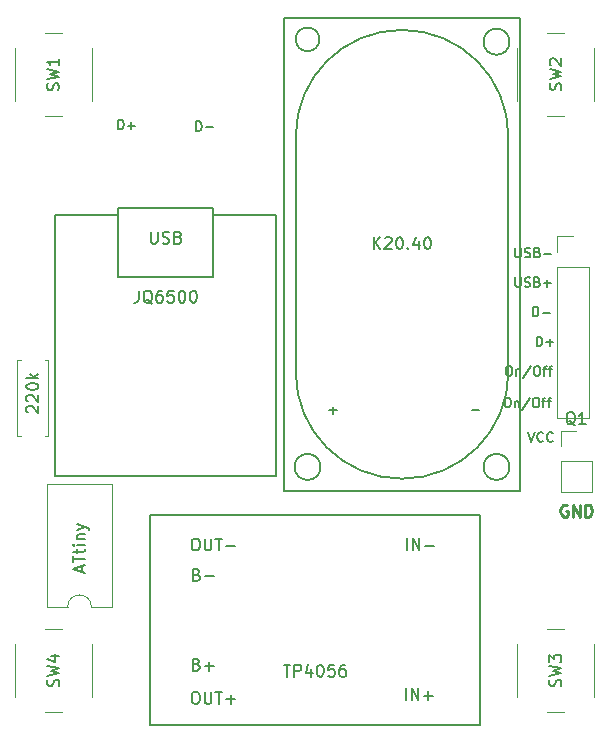
<source format=gbr>
G04 #@! TF.GenerationSoftware,KiCad,Pcbnew,5.1.5-52549c5~84~ubuntu18.04.1*
G04 #@! TF.CreationDate,2020-01-25T11:43:56+01:00*
G04 #@! TF.ProjectId,Nokolino,4e6f6b6f-6c69-46e6-9f2e-6b696361645f,3.0*
G04 #@! TF.SameCoordinates,Original*
G04 #@! TF.FileFunction,Legend,Top*
G04 #@! TF.FilePolarity,Positive*
%FSLAX46Y46*%
G04 Gerber Fmt 4.6, Leading zero omitted, Abs format (unit mm)*
G04 Created by KiCad (PCBNEW 5.1.5-52549c5~84~ubuntu18.04.1) date 2020-01-25 11:43:56*
%MOMM*%
%LPD*%
G04 APERTURE LIST*
%ADD10C,0.200000*%
%ADD11C,0.250000*%
%ADD12C,0.150000*%
%ADD13C,0.120000*%
G04 APERTURE END LIST*
D10*
X172415238Y-120707142D02*
X173024761Y-120707142D01*
X160350238Y-120707142D02*
X160959761Y-120707142D01*
X160655000Y-121011904D02*
X160655000Y-120402380D01*
X177183333Y-122561904D02*
X177450000Y-123361904D01*
X177716666Y-122561904D01*
X178440476Y-123285714D02*
X178402380Y-123323809D01*
X178288095Y-123361904D01*
X178211904Y-123361904D01*
X178097619Y-123323809D01*
X178021428Y-123247619D01*
X177983333Y-123171428D01*
X177945238Y-123019047D01*
X177945238Y-122904761D01*
X177983333Y-122752380D01*
X178021428Y-122676190D01*
X178097619Y-122600000D01*
X178211904Y-122561904D01*
X178288095Y-122561904D01*
X178402380Y-122600000D01*
X178440476Y-122638095D01*
X179240476Y-123285714D02*
X179202380Y-123323809D01*
X179088095Y-123361904D01*
X179011904Y-123361904D01*
X178897619Y-123323809D01*
X178821428Y-123247619D01*
X178783333Y-123171428D01*
X178745238Y-123019047D01*
X178745238Y-122904761D01*
X178783333Y-122752380D01*
X178821428Y-122676190D01*
X178897619Y-122600000D01*
X179011904Y-122561904D01*
X179088095Y-122561904D01*
X179202380Y-122600000D01*
X179240476Y-122638095D01*
D11*
X180488095Y-128750000D02*
X180392857Y-128702380D01*
X180250000Y-128702380D01*
X180107142Y-128750000D01*
X180011904Y-128845238D01*
X179964285Y-128940476D01*
X179916666Y-129130952D01*
X179916666Y-129273809D01*
X179964285Y-129464285D01*
X180011904Y-129559523D01*
X180107142Y-129654761D01*
X180250000Y-129702380D01*
X180345238Y-129702380D01*
X180488095Y-129654761D01*
X180535714Y-129607142D01*
X180535714Y-129273809D01*
X180345238Y-129273809D01*
X180964285Y-129702380D02*
X180964285Y-128702380D01*
X181535714Y-129702380D01*
X181535714Y-128702380D01*
X182011904Y-129702380D02*
X182011904Y-128702380D01*
X182250000Y-128702380D01*
X182392857Y-128750000D01*
X182488095Y-128845238D01*
X182535714Y-128940476D01*
X182583333Y-129130952D01*
X182583333Y-129273809D01*
X182535714Y-129464285D01*
X182488095Y-129559523D01*
X182392857Y-129654761D01*
X182250000Y-129702380D01*
X182011904Y-129702380D01*
D10*
X175466666Y-116961904D02*
X175619047Y-116961904D01*
X175695238Y-117000000D01*
X175771428Y-117076190D01*
X175809523Y-117228571D01*
X175809523Y-117495238D01*
X175771428Y-117647619D01*
X175695238Y-117723809D01*
X175619047Y-117761904D01*
X175466666Y-117761904D01*
X175390476Y-117723809D01*
X175314285Y-117647619D01*
X175276190Y-117495238D01*
X175276190Y-117228571D01*
X175314285Y-117076190D01*
X175390476Y-117000000D01*
X175466666Y-116961904D01*
X176152380Y-117228571D02*
X176152380Y-117761904D01*
X176152380Y-117304761D02*
X176190476Y-117266666D01*
X176266666Y-117228571D01*
X176380952Y-117228571D01*
X176457142Y-117266666D01*
X176495238Y-117342857D01*
X176495238Y-117761904D01*
X177447619Y-116923809D02*
X176761904Y-117952380D01*
X177866666Y-116961904D02*
X178019047Y-116961904D01*
X178095238Y-117000000D01*
X178171428Y-117076190D01*
X178209523Y-117228571D01*
X178209523Y-117495238D01*
X178171428Y-117647619D01*
X178095238Y-117723809D01*
X178019047Y-117761904D01*
X177866666Y-117761904D01*
X177790476Y-117723809D01*
X177714285Y-117647619D01*
X177676190Y-117495238D01*
X177676190Y-117228571D01*
X177714285Y-117076190D01*
X177790476Y-117000000D01*
X177866666Y-116961904D01*
X178438095Y-117228571D02*
X178742857Y-117228571D01*
X178552380Y-117761904D02*
X178552380Y-117076190D01*
X178590476Y-117000000D01*
X178666666Y-116961904D01*
X178742857Y-116961904D01*
X178895238Y-117228571D02*
X179200000Y-117228571D01*
X179009523Y-117761904D02*
X179009523Y-117076190D01*
X179047619Y-117000000D01*
X179123809Y-116961904D01*
X179200000Y-116961904D01*
X175366666Y-119661904D02*
X175519047Y-119661904D01*
X175595238Y-119700000D01*
X175671428Y-119776190D01*
X175709523Y-119928571D01*
X175709523Y-120195238D01*
X175671428Y-120347619D01*
X175595238Y-120423809D01*
X175519047Y-120461904D01*
X175366666Y-120461904D01*
X175290476Y-120423809D01*
X175214285Y-120347619D01*
X175176190Y-120195238D01*
X175176190Y-119928571D01*
X175214285Y-119776190D01*
X175290476Y-119700000D01*
X175366666Y-119661904D01*
X176052380Y-119928571D02*
X176052380Y-120461904D01*
X176052380Y-120004761D02*
X176090476Y-119966666D01*
X176166666Y-119928571D01*
X176280952Y-119928571D01*
X176357142Y-119966666D01*
X176395238Y-120042857D01*
X176395238Y-120461904D01*
X177347619Y-119623809D02*
X176661904Y-120652380D01*
X177766666Y-119661904D02*
X177919047Y-119661904D01*
X177995238Y-119700000D01*
X178071428Y-119776190D01*
X178109523Y-119928571D01*
X178109523Y-120195238D01*
X178071428Y-120347619D01*
X177995238Y-120423809D01*
X177919047Y-120461904D01*
X177766666Y-120461904D01*
X177690476Y-120423809D01*
X177614285Y-120347619D01*
X177576190Y-120195238D01*
X177576190Y-119928571D01*
X177614285Y-119776190D01*
X177690476Y-119700000D01*
X177766666Y-119661904D01*
X178338095Y-119928571D02*
X178642857Y-119928571D01*
X178452380Y-120461904D02*
X178452380Y-119776190D01*
X178490476Y-119700000D01*
X178566666Y-119661904D01*
X178642857Y-119661904D01*
X178795238Y-119928571D02*
X179100000Y-119928571D01*
X178909523Y-120461904D02*
X178909523Y-119776190D01*
X178947619Y-119700000D01*
X179023809Y-119661904D01*
X179100000Y-119661904D01*
X176095238Y-106961904D02*
X176095238Y-107609523D01*
X176133333Y-107685714D01*
X176171428Y-107723809D01*
X176247619Y-107761904D01*
X176400000Y-107761904D01*
X176476190Y-107723809D01*
X176514285Y-107685714D01*
X176552380Y-107609523D01*
X176552380Y-106961904D01*
X176895238Y-107723809D02*
X177009523Y-107761904D01*
X177200000Y-107761904D01*
X177276190Y-107723809D01*
X177314285Y-107685714D01*
X177352380Y-107609523D01*
X177352380Y-107533333D01*
X177314285Y-107457142D01*
X177276190Y-107419047D01*
X177200000Y-107380952D01*
X177047619Y-107342857D01*
X176971428Y-107304761D01*
X176933333Y-107266666D01*
X176895238Y-107190476D01*
X176895238Y-107114285D01*
X176933333Y-107038095D01*
X176971428Y-107000000D01*
X177047619Y-106961904D01*
X177238095Y-106961904D01*
X177352380Y-107000000D01*
X177961904Y-107342857D02*
X178076190Y-107380952D01*
X178114285Y-107419047D01*
X178152380Y-107495238D01*
X178152380Y-107609523D01*
X178114285Y-107685714D01*
X178076190Y-107723809D01*
X178000000Y-107761904D01*
X177695238Y-107761904D01*
X177695238Y-106961904D01*
X177961904Y-106961904D01*
X178038095Y-107000000D01*
X178076190Y-107038095D01*
X178114285Y-107114285D01*
X178114285Y-107190476D01*
X178076190Y-107266666D01*
X178038095Y-107304761D01*
X177961904Y-107342857D01*
X177695238Y-107342857D01*
X178495238Y-107457142D02*
X179104761Y-107457142D01*
X176095238Y-109461904D02*
X176095238Y-110109523D01*
X176133333Y-110185714D01*
X176171428Y-110223809D01*
X176247619Y-110261904D01*
X176400000Y-110261904D01*
X176476190Y-110223809D01*
X176514285Y-110185714D01*
X176552380Y-110109523D01*
X176552380Y-109461904D01*
X176895238Y-110223809D02*
X177009523Y-110261904D01*
X177200000Y-110261904D01*
X177276190Y-110223809D01*
X177314285Y-110185714D01*
X177352380Y-110109523D01*
X177352380Y-110033333D01*
X177314285Y-109957142D01*
X177276190Y-109919047D01*
X177200000Y-109880952D01*
X177047619Y-109842857D01*
X176971428Y-109804761D01*
X176933333Y-109766666D01*
X176895238Y-109690476D01*
X176895238Y-109614285D01*
X176933333Y-109538095D01*
X176971428Y-109500000D01*
X177047619Y-109461904D01*
X177238095Y-109461904D01*
X177352380Y-109500000D01*
X177961904Y-109842857D02*
X178076190Y-109880952D01*
X178114285Y-109919047D01*
X178152380Y-109995238D01*
X178152380Y-110109523D01*
X178114285Y-110185714D01*
X178076190Y-110223809D01*
X178000000Y-110261904D01*
X177695238Y-110261904D01*
X177695238Y-109461904D01*
X177961904Y-109461904D01*
X178038095Y-109500000D01*
X178076190Y-109538095D01*
X178114285Y-109614285D01*
X178114285Y-109690476D01*
X178076190Y-109766666D01*
X178038095Y-109804761D01*
X177961904Y-109842857D01*
X177695238Y-109842857D01*
X178495238Y-109957142D02*
X179104761Y-109957142D01*
X178800000Y-110261904D02*
X178800000Y-109652380D01*
X177595238Y-112761904D02*
X177595238Y-111961904D01*
X177785714Y-111961904D01*
X177900000Y-112000000D01*
X177976190Y-112076190D01*
X178014285Y-112152380D01*
X178052380Y-112304761D01*
X178052380Y-112419047D01*
X178014285Y-112571428D01*
X177976190Y-112647619D01*
X177900000Y-112723809D01*
X177785714Y-112761904D01*
X177595238Y-112761904D01*
X178395238Y-112457142D02*
X179004761Y-112457142D01*
X177895238Y-115261904D02*
X177895238Y-114461904D01*
X178085714Y-114461904D01*
X178200000Y-114500000D01*
X178276190Y-114576190D01*
X178314285Y-114652380D01*
X178352380Y-114804761D01*
X178352380Y-114919047D01*
X178314285Y-115071428D01*
X178276190Y-115147619D01*
X178200000Y-115223809D01*
X178085714Y-115261904D01*
X177895238Y-115261904D01*
X178695238Y-114957142D02*
X179304761Y-114957142D01*
X179000000Y-115261904D02*
X179000000Y-114652380D01*
D12*
X145199100Y-129603500D02*
X173139100Y-129603500D01*
X173139100Y-147383500D02*
X145199100Y-147383500D01*
X145199100Y-147383500D02*
X145199100Y-129603500D01*
X173139100Y-147383500D02*
X173139100Y-129603500D01*
D13*
X136422000Y-137343500D02*
X138192000Y-137343500D01*
X136422000Y-126943500D02*
X136422000Y-137343500D01*
X141962000Y-126943500D02*
X136422000Y-126943500D01*
X141962000Y-137343500D02*
X141962000Y-126943500D01*
X140192000Y-137343500D02*
X141962000Y-137343500D01*
X138192000Y-137343500D02*
G75*
G02X140192000Y-137343500I1000000J0D01*
G01*
D12*
X176500000Y-127500000D02*
X176500000Y-87500000D01*
X156500000Y-127500000D02*
X156500000Y-87500000D01*
X156500000Y-127500000D02*
X176500000Y-127500000D01*
X176500000Y-87500000D02*
X156500000Y-87500000D01*
X159500000Y-89300000D02*
G75*
G03X159500000Y-89300000I-1000000J0D01*
G01*
X175600000Y-89500000D02*
G75*
G03X175600000Y-89500000I-1100000J0D01*
G01*
X159600000Y-125500000D02*
G75*
G03X159600000Y-125500000I-1100000J0D01*
G01*
X175600000Y-125500000D02*
G75*
G03X175600000Y-125500000I-1100000J0D01*
G01*
X166500000Y-126500000D02*
G75*
G03X175500000Y-117500000I0J9000000D01*
G01*
X175500000Y-97500000D02*
G75*
G03X166500000Y-88500000I-9000000J0D01*
G01*
X166500000Y-88500000D02*
G75*
G03X157500000Y-97500000I0J-9000000D01*
G01*
X157500000Y-117500000D02*
G75*
G03X166500000Y-126500000I9000000J0D01*
G01*
X157500000Y-97500000D02*
X157500000Y-117500000D01*
X175500000Y-97500000D02*
X175500000Y-117500000D01*
X155867100Y-115239800D02*
X155867100Y-126288800D01*
X155867100Y-115239800D02*
X155867100Y-104190800D01*
X155867100Y-104190800D02*
X150482300Y-104190800D01*
X137121900Y-126288800D02*
X155867100Y-126288800D01*
X142481300Y-103581200D02*
X142481300Y-109397800D01*
X150482300Y-103581200D02*
X142481300Y-103581200D01*
X150482300Y-104190800D02*
X150482300Y-103581200D01*
X150482300Y-109397800D02*
X150482300Y-104165400D01*
X142481300Y-109397800D02*
X150482300Y-109397800D01*
X142481300Y-104190800D02*
X137121900Y-104190800D01*
X137121900Y-104190800D02*
X137121900Y-126288800D01*
D13*
X179920000Y-122420000D02*
X181250000Y-122420000D01*
X179920000Y-123750000D02*
X179920000Y-122420000D01*
X179920000Y-125020000D02*
X182580000Y-125020000D01*
X182580000Y-125020000D02*
X182580000Y-127620000D01*
X179920000Y-125020000D02*
X179920000Y-127620000D01*
X179920000Y-127620000D02*
X182580000Y-127620000D01*
X179645000Y-105985000D02*
X180975000Y-105985000D01*
X179645000Y-107315000D02*
X179645000Y-105985000D01*
X179645000Y-108585000D02*
X182305000Y-108585000D01*
X182305000Y-108585000D02*
X182305000Y-121345000D01*
X179645000Y-108585000D02*
X179645000Y-121345000D01*
X179645000Y-121345000D02*
X182305000Y-121345000D01*
X134270000Y-122900000D02*
X133940000Y-122900000D01*
X133940000Y-122900000D02*
X133940000Y-116480000D01*
X133940000Y-116480000D02*
X134270000Y-116480000D01*
X136230000Y-122900000D02*
X136560000Y-122900000D01*
X136560000Y-122900000D02*
X136560000Y-116480000D01*
X136560000Y-116480000D02*
X136230000Y-116480000D01*
X140250000Y-94500000D02*
X140250000Y-90000000D01*
X136250000Y-95750000D02*
X137750000Y-95750000D01*
X133750000Y-90000000D02*
X133750000Y-94500000D01*
X137750000Y-88750000D02*
X136250000Y-88750000D01*
X180250000Y-88750000D02*
X178750000Y-88750000D01*
X176250000Y-90000000D02*
X176250000Y-94500000D01*
X178750000Y-95750000D02*
X180250000Y-95750000D01*
X182750000Y-94500000D02*
X182750000Y-90000000D01*
X182750000Y-145000000D02*
X182750000Y-140500000D01*
X178750000Y-146250000D02*
X180250000Y-146250000D01*
X176250000Y-140500000D02*
X176250000Y-145000000D01*
X180250000Y-139250000D02*
X178750000Y-139250000D01*
X137750000Y-139250000D02*
X136250000Y-139250000D01*
X133750000Y-140500000D02*
X133750000Y-145000000D01*
X136250000Y-146250000D02*
X137750000Y-146250000D01*
X140250000Y-145000000D02*
X140250000Y-140500000D01*
D12*
X156478623Y-142255880D02*
X157050052Y-142255880D01*
X156764338Y-143255880D02*
X156764338Y-142255880D01*
X157383385Y-143255880D02*
X157383385Y-142255880D01*
X157764338Y-142255880D01*
X157859576Y-142303500D01*
X157907195Y-142351119D01*
X157954814Y-142446357D01*
X157954814Y-142589214D01*
X157907195Y-142684452D01*
X157859576Y-142732071D01*
X157764338Y-142779690D01*
X157383385Y-142779690D01*
X158811957Y-142589214D02*
X158811957Y-143255880D01*
X158573861Y-142208261D02*
X158335766Y-142922547D01*
X158954814Y-142922547D01*
X159526242Y-142255880D02*
X159621480Y-142255880D01*
X159716719Y-142303500D01*
X159764338Y-142351119D01*
X159811957Y-142446357D01*
X159859576Y-142636833D01*
X159859576Y-142874928D01*
X159811957Y-143065404D01*
X159764338Y-143160642D01*
X159716719Y-143208261D01*
X159621480Y-143255880D01*
X159526242Y-143255880D01*
X159431004Y-143208261D01*
X159383385Y-143160642D01*
X159335766Y-143065404D01*
X159288147Y-142874928D01*
X159288147Y-142636833D01*
X159335766Y-142446357D01*
X159383385Y-142351119D01*
X159431004Y-142303500D01*
X159526242Y-142255880D01*
X160764338Y-142255880D02*
X160288147Y-142255880D01*
X160240528Y-142732071D01*
X160288147Y-142684452D01*
X160383385Y-142636833D01*
X160621480Y-142636833D01*
X160716719Y-142684452D01*
X160764338Y-142732071D01*
X160811957Y-142827309D01*
X160811957Y-143065404D01*
X160764338Y-143160642D01*
X160716719Y-143208261D01*
X160621480Y-143255880D01*
X160383385Y-143255880D01*
X160288147Y-143208261D01*
X160240528Y-143160642D01*
X161669100Y-142255880D02*
X161478623Y-142255880D01*
X161383385Y-142303500D01*
X161335766Y-142351119D01*
X161240528Y-142493976D01*
X161192909Y-142684452D01*
X161192909Y-143065404D01*
X161240528Y-143160642D01*
X161288147Y-143208261D01*
X161383385Y-143255880D01*
X161573861Y-143255880D01*
X161669100Y-143208261D01*
X161716719Y-143160642D01*
X161764338Y-143065404D01*
X161764338Y-142827309D01*
X161716719Y-142732071D01*
X161669100Y-142684452D01*
X161573861Y-142636833D01*
X161383385Y-142636833D01*
X161288147Y-142684452D01*
X161240528Y-142732071D01*
X161192909Y-142827309D01*
X166826242Y-145245880D02*
X166826242Y-144245880D01*
X167302433Y-145245880D02*
X167302433Y-144245880D01*
X167873861Y-145245880D01*
X167873861Y-144245880D01*
X168350052Y-144864928D02*
X169111957Y-144864928D01*
X168731004Y-145245880D02*
X168731004Y-144483976D01*
X166926242Y-132545880D02*
X166926242Y-131545880D01*
X167402433Y-132545880D02*
X167402433Y-131545880D01*
X167973861Y-132545880D01*
X167973861Y-131545880D01*
X168450052Y-132164928D02*
X169211957Y-132164928D01*
X148939452Y-144549880D02*
X149129928Y-144549880D01*
X149225166Y-144597500D01*
X149320404Y-144692738D01*
X149368023Y-144883214D01*
X149368023Y-145216547D01*
X149320404Y-145407023D01*
X149225166Y-145502261D01*
X149129928Y-145549880D01*
X148939452Y-145549880D01*
X148844214Y-145502261D01*
X148748976Y-145407023D01*
X148701357Y-145216547D01*
X148701357Y-144883214D01*
X148748976Y-144692738D01*
X148844214Y-144597500D01*
X148939452Y-144549880D01*
X149796595Y-144549880D02*
X149796595Y-145359404D01*
X149844214Y-145454642D01*
X149891833Y-145502261D01*
X149987071Y-145549880D01*
X150177547Y-145549880D01*
X150272785Y-145502261D01*
X150320404Y-145454642D01*
X150368023Y-145359404D01*
X150368023Y-144549880D01*
X150701357Y-144549880D02*
X151272785Y-144549880D01*
X150987071Y-145549880D02*
X150987071Y-144549880D01*
X151606119Y-145168928D02*
X152368023Y-145168928D01*
X151987071Y-145549880D02*
X151987071Y-144787976D01*
X149121480Y-142222071D02*
X149264338Y-142269690D01*
X149311957Y-142317309D01*
X149359576Y-142412547D01*
X149359576Y-142555404D01*
X149311957Y-142650642D01*
X149264338Y-142698261D01*
X149169100Y-142745880D01*
X148788147Y-142745880D01*
X148788147Y-141745880D01*
X149121480Y-141745880D01*
X149216719Y-141793500D01*
X149264338Y-141841119D01*
X149311957Y-141936357D01*
X149311957Y-142031595D01*
X149264338Y-142126833D01*
X149216719Y-142174452D01*
X149121480Y-142222071D01*
X148788147Y-142222071D01*
X149788147Y-142364928D02*
X150550052Y-142364928D01*
X150169100Y-142745880D02*
X150169100Y-141983976D01*
X149121480Y-134622071D02*
X149264338Y-134669690D01*
X149311957Y-134717309D01*
X149359576Y-134812547D01*
X149359576Y-134955404D01*
X149311957Y-135050642D01*
X149264338Y-135098261D01*
X149169100Y-135145880D01*
X148788147Y-135145880D01*
X148788147Y-134145880D01*
X149121480Y-134145880D01*
X149216719Y-134193500D01*
X149264338Y-134241119D01*
X149311957Y-134336357D01*
X149311957Y-134431595D01*
X149264338Y-134526833D01*
X149216719Y-134574452D01*
X149121480Y-134622071D01*
X148788147Y-134622071D01*
X149788147Y-134764928D02*
X150550052Y-134764928D01*
X148939452Y-131570480D02*
X149129928Y-131570480D01*
X149225166Y-131618100D01*
X149320404Y-131713338D01*
X149368023Y-131903814D01*
X149368023Y-132237147D01*
X149320404Y-132427623D01*
X149225166Y-132522861D01*
X149129928Y-132570480D01*
X148939452Y-132570480D01*
X148844214Y-132522861D01*
X148748976Y-132427623D01*
X148701357Y-132237147D01*
X148701357Y-131903814D01*
X148748976Y-131713338D01*
X148844214Y-131618100D01*
X148939452Y-131570480D01*
X149796595Y-131570480D02*
X149796595Y-132380004D01*
X149844214Y-132475242D01*
X149891833Y-132522861D01*
X149987071Y-132570480D01*
X150177547Y-132570480D01*
X150272785Y-132522861D01*
X150320404Y-132475242D01*
X150368023Y-132380004D01*
X150368023Y-131570480D01*
X150701357Y-131570480D02*
X151272785Y-131570480D01*
X150987071Y-132570480D02*
X150987071Y-131570480D01*
X151606119Y-132189528D02*
X152368023Y-132189528D01*
X139384066Y-134348290D02*
X139384066Y-133872100D01*
X139669780Y-134443528D02*
X138669780Y-134110195D01*
X139669780Y-133776861D01*
X138669780Y-133586385D02*
X138669780Y-133014957D01*
X139669780Y-133300671D02*
X138669780Y-133300671D01*
X139003114Y-132824480D02*
X139003114Y-132443528D01*
X138669780Y-132681623D02*
X139526923Y-132681623D01*
X139622161Y-132634004D01*
X139669780Y-132538766D01*
X139669780Y-132443528D01*
X139669780Y-132110195D02*
X139003114Y-132110195D01*
X138669780Y-132110195D02*
X138717400Y-132157814D01*
X138765019Y-132110195D01*
X138717400Y-132062576D01*
X138669780Y-132110195D01*
X138765019Y-132110195D01*
X139003114Y-131634004D02*
X139669780Y-131634004D01*
X139098352Y-131634004D02*
X139050733Y-131586385D01*
X139003114Y-131491147D01*
X139003114Y-131348290D01*
X139050733Y-131253052D01*
X139145971Y-131205433D01*
X139669780Y-131205433D01*
X139003114Y-130824480D02*
X139669780Y-130586385D01*
X139003114Y-130348290D02*
X139669780Y-130586385D01*
X139907876Y-130681623D01*
X139955495Y-130729242D01*
X140003114Y-130824480D01*
X164095238Y-107052380D02*
X164095238Y-106052380D01*
X164666666Y-107052380D02*
X164238095Y-106480952D01*
X164666666Y-106052380D02*
X164095238Y-106623809D01*
X165047619Y-106147619D02*
X165095238Y-106100000D01*
X165190476Y-106052380D01*
X165428571Y-106052380D01*
X165523809Y-106100000D01*
X165571428Y-106147619D01*
X165619047Y-106242857D01*
X165619047Y-106338095D01*
X165571428Y-106480952D01*
X165000000Y-107052380D01*
X165619047Y-107052380D01*
X166238095Y-106052380D02*
X166333333Y-106052380D01*
X166428571Y-106100000D01*
X166476190Y-106147619D01*
X166523809Y-106242857D01*
X166571428Y-106433333D01*
X166571428Y-106671428D01*
X166523809Y-106861904D01*
X166476190Y-106957142D01*
X166428571Y-107004761D01*
X166333333Y-107052380D01*
X166238095Y-107052380D01*
X166142857Y-107004761D01*
X166095238Y-106957142D01*
X166047619Y-106861904D01*
X166000000Y-106671428D01*
X166000000Y-106433333D01*
X166047619Y-106242857D01*
X166095238Y-106147619D01*
X166142857Y-106100000D01*
X166238095Y-106052380D01*
X167000000Y-106957142D02*
X167047619Y-107004761D01*
X167000000Y-107052380D01*
X166952380Y-107004761D01*
X167000000Y-106957142D01*
X167000000Y-107052380D01*
X167904761Y-106385714D02*
X167904761Y-107052380D01*
X167666666Y-106004761D02*
X167428571Y-106719047D01*
X168047619Y-106719047D01*
X168619047Y-106052380D02*
X168714285Y-106052380D01*
X168809523Y-106100000D01*
X168857142Y-106147619D01*
X168904761Y-106242857D01*
X168952380Y-106433333D01*
X168952380Y-106671428D01*
X168904761Y-106861904D01*
X168857142Y-106957142D01*
X168809523Y-107004761D01*
X168714285Y-107052380D01*
X168619047Y-107052380D01*
X168523809Y-107004761D01*
X168476190Y-106957142D01*
X168428571Y-106861904D01*
X168380952Y-106671428D01*
X168380952Y-106433333D01*
X168428571Y-106242857D01*
X168476190Y-106147619D01*
X168523809Y-106100000D01*
X168619047Y-106052380D01*
X144208785Y-110582180D02*
X144208785Y-111296466D01*
X144161166Y-111439323D01*
X144065928Y-111534561D01*
X143923071Y-111582180D01*
X143827833Y-111582180D01*
X145351642Y-111677419D02*
X145256404Y-111629800D01*
X145161166Y-111534561D01*
X145018309Y-111391704D01*
X144923071Y-111344085D01*
X144827833Y-111344085D01*
X144875452Y-111582180D02*
X144780214Y-111534561D01*
X144684976Y-111439323D01*
X144637357Y-111248847D01*
X144637357Y-110915514D01*
X144684976Y-110725038D01*
X144780214Y-110629800D01*
X144875452Y-110582180D01*
X145065928Y-110582180D01*
X145161166Y-110629800D01*
X145256404Y-110725038D01*
X145304023Y-110915514D01*
X145304023Y-111248847D01*
X145256404Y-111439323D01*
X145161166Y-111534561D01*
X145065928Y-111582180D01*
X144875452Y-111582180D01*
X146161166Y-110582180D02*
X145970690Y-110582180D01*
X145875452Y-110629800D01*
X145827833Y-110677419D01*
X145732595Y-110820276D01*
X145684976Y-111010752D01*
X145684976Y-111391704D01*
X145732595Y-111486942D01*
X145780214Y-111534561D01*
X145875452Y-111582180D01*
X146065928Y-111582180D01*
X146161166Y-111534561D01*
X146208785Y-111486942D01*
X146256404Y-111391704D01*
X146256404Y-111153609D01*
X146208785Y-111058371D01*
X146161166Y-111010752D01*
X146065928Y-110963133D01*
X145875452Y-110963133D01*
X145780214Y-111010752D01*
X145732595Y-111058371D01*
X145684976Y-111153609D01*
X147161166Y-110582180D02*
X146684976Y-110582180D01*
X146637357Y-111058371D01*
X146684976Y-111010752D01*
X146780214Y-110963133D01*
X147018309Y-110963133D01*
X147113547Y-111010752D01*
X147161166Y-111058371D01*
X147208785Y-111153609D01*
X147208785Y-111391704D01*
X147161166Y-111486942D01*
X147113547Y-111534561D01*
X147018309Y-111582180D01*
X146780214Y-111582180D01*
X146684976Y-111534561D01*
X146637357Y-111486942D01*
X147827833Y-110582180D02*
X147923071Y-110582180D01*
X148018309Y-110629800D01*
X148065928Y-110677419D01*
X148113547Y-110772657D01*
X148161166Y-110963133D01*
X148161166Y-111201228D01*
X148113547Y-111391704D01*
X148065928Y-111486942D01*
X148018309Y-111534561D01*
X147923071Y-111582180D01*
X147827833Y-111582180D01*
X147732595Y-111534561D01*
X147684976Y-111486942D01*
X147637357Y-111391704D01*
X147589738Y-111201228D01*
X147589738Y-110963133D01*
X147637357Y-110772657D01*
X147684976Y-110677419D01*
X147732595Y-110629800D01*
X147827833Y-110582180D01*
X148780214Y-110582180D02*
X148875452Y-110582180D01*
X148970690Y-110629800D01*
X149018309Y-110677419D01*
X149065928Y-110772657D01*
X149113547Y-110963133D01*
X149113547Y-111201228D01*
X149065928Y-111391704D01*
X149018309Y-111486942D01*
X148970690Y-111534561D01*
X148875452Y-111582180D01*
X148780214Y-111582180D01*
X148684976Y-111534561D01*
X148637357Y-111486942D01*
X148589738Y-111391704D01*
X148542119Y-111201228D01*
X148542119Y-110963133D01*
X148589738Y-110772657D01*
X148637357Y-110677419D01*
X148684976Y-110629800D01*
X148780214Y-110582180D01*
X145232595Y-105592180D02*
X145232595Y-106401704D01*
X145280214Y-106496942D01*
X145327833Y-106544561D01*
X145423071Y-106592180D01*
X145613547Y-106592180D01*
X145708785Y-106544561D01*
X145756404Y-106496942D01*
X145804023Y-106401704D01*
X145804023Y-105592180D01*
X146232595Y-106544561D02*
X146375452Y-106592180D01*
X146613547Y-106592180D01*
X146708785Y-106544561D01*
X146756404Y-106496942D01*
X146804023Y-106401704D01*
X146804023Y-106306466D01*
X146756404Y-106211228D01*
X146708785Y-106163609D01*
X146613547Y-106115990D01*
X146423071Y-106068371D01*
X146327833Y-106020752D01*
X146280214Y-105973133D01*
X146232595Y-105877895D01*
X146232595Y-105782657D01*
X146280214Y-105687419D01*
X146327833Y-105639800D01*
X146423071Y-105592180D01*
X146661166Y-105592180D01*
X146804023Y-105639800D01*
X147565928Y-106068371D02*
X147708785Y-106115990D01*
X147756404Y-106163609D01*
X147804023Y-106258847D01*
X147804023Y-106401704D01*
X147756404Y-106496942D01*
X147708785Y-106544561D01*
X147613547Y-106592180D01*
X147232595Y-106592180D01*
X147232595Y-105592180D01*
X147565928Y-105592180D01*
X147661166Y-105639800D01*
X147708785Y-105687419D01*
X147756404Y-105782657D01*
X147756404Y-105877895D01*
X147708785Y-105973133D01*
X147661166Y-106020752D01*
X147565928Y-106068371D01*
X147232595Y-106068371D01*
X149089738Y-97051704D02*
X149089738Y-96251704D01*
X149280214Y-96251704D01*
X149394500Y-96289800D01*
X149470690Y-96365990D01*
X149508785Y-96442180D01*
X149546880Y-96594561D01*
X149546880Y-96708847D01*
X149508785Y-96861228D01*
X149470690Y-96937419D01*
X149394500Y-97013609D01*
X149280214Y-97051704D01*
X149089738Y-97051704D01*
X149889738Y-96746942D02*
X150499261Y-96746942D01*
X142489738Y-96901704D02*
X142489738Y-96101704D01*
X142680214Y-96101704D01*
X142794500Y-96139800D01*
X142870690Y-96215990D01*
X142908785Y-96292180D01*
X142946880Y-96444561D01*
X142946880Y-96558847D01*
X142908785Y-96711228D01*
X142870690Y-96787419D01*
X142794500Y-96863609D01*
X142680214Y-96901704D01*
X142489738Y-96901704D01*
X143289738Y-96596942D02*
X143899261Y-96596942D01*
X143594500Y-96901704D02*
X143594500Y-96292180D01*
X181154761Y-121967619D02*
X181059523Y-121920000D01*
X180964285Y-121824761D01*
X180821428Y-121681904D01*
X180726190Y-121634285D01*
X180630952Y-121634285D01*
X180678571Y-121872380D02*
X180583333Y-121824761D01*
X180488095Y-121729523D01*
X180440476Y-121539047D01*
X180440476Y-121205714D01*
X180488095Y-121015238D01*
X180583333Y-120920000D01*
X180678571Y-120872380D01*
X180869047Y-120872380D01*
X180964285Y-120920000D01*
X181059523Y-121015238D01*
X181107142Y-121205714D01*
X181107142Y-121539047D01*
X181059523Y-121729523D01*
X180964285Y-121824761D01*
X180869047Y-121872380D01*
X180678571Y-121872380D01*
X182059523Y-121872380D02*
X181488095Y-121872380D01*
X181773809Y-121872380D02*
X181773809Y-120872380D01*
X181678571Y-121015238D01*
X181583333Y-121110476D01*
X181488095Y-121158095D01*
X134797619Y-120892857D02*
X134750000Y-120845238D01*
X134702380Y-120750000D01*
X134702380Y-120511904D01*
X134750000Y-120416666D01*
X134797619Y-120369047D01*
X134892857Y-120321428D01*
X134988095Y-120321428D01*
X135130952Y-120369047D01*
X135702380Y-120940476D01*
X135702380Y-120321428D01*
X134797619Y-119940476D02*
X134750000Y-119892857D01*
X134702380Y-119797619D01*
X134702380Y-119559523D01*
X134750000Y-119464285D01*
X134797619Y-119416666D01*
X134892857Y-119369047D01*
X134988095Y-119369047D01*
X135130952Y-119416666D01*
X135702380Y-119988095D01*
X135702380Y-119369047D01*
X134702380Y-118750000D02*
X134702380Y-118654761D01*
X134750000Y-118559523D01*
X134797619Y-118511904D01*
X134892857Y-118464285D01*
X135083333Y-118416666D01*
X135321428Y-118416666D01*
X135511904Y-118464285D01*
X135607142Y-118511904D01*
X135654761Y-118559523D01*
X135702380Y-118654761D01*
X135702380Y-118750000D01*
X135654761Y-118845238D01*
X135607142Y-118892857D01*
X135511904Y-118940476D01*
X135321428Y-118988095D01*
X135083333Y-118988095D01*
X134892857Y-118940476D01*
X134797619Y-118892857D01*
X134750000Y-118845238D01*
X134702380Y-118750000D01*
X135702380Y-117988095D02*
X134702380Y-117988095D01*
X135321428Y-117892857D02*
X135702380Y-117607142D01*
X135035714Y-117607142D02*
X135416666Y-117988095D01*
X137399661Y-93598833D02*
X137447280Y-93455976D01*
X137447280Y-93217880D01*
X137399661Y-93122642D01*
X137352042Y-93075023D01*
X137256804Y-93027404D01*
X137161566Y-93027404D01*
X137066328Y-93075023D01*
X137018709Y-93122642D01*
X136971090Y-93217880D01*
X136923471Y-93408357D01*
X136875852Y-93503595D01*
X136828233Y-93551214D01*
X136732995Y-93598833D01*
X136637757Y-93598833D01*
X136542519Y-93551214D01*
X136494900Y-93503595D01*
X136447280Y-93408357D01*
X136447280Y-93170261D01*
X136494900Y-93027404D01*
X136447280Y-92694071D02*
X137447280Y-92455976D01*
X136732995Y-92265500D01*
X137447280Y-92075023D01*
X136447280Y-91836928D01*
X137447280Y-90932166D02*
X137447280Y-91503595D01*
X137447280Y-91217880D02*
X136447280Y-91217880D01*
X136590138Y-91313119D01*
X136685376Y-91408357D01*
X136732995Y-91503595D01*
X179944661Y-93583333D02*
X179992280Y-93440476D01*
X179992280Y-93202380D01*
X179944661Y-93107142D01*
X179897042Y-93059523D01*
X179801804Y-93011904D01*
X179706566Y-93011904D01*
X179611328Y-93059523D01*
X179563709Y-93107142D01*
X179516090Y-93202380D01*
X179468471Y-93392857D01*
X179420852Y-93488095D01*
X179373233Y-93535714D01*
X179277995Y-93583333D01*
X179182757Y-93583333D01*
X179087519Y-93535714D01*
X179039900Y-93488095D01*
X178992280Y-93392857D01*
X178992280Y-93154761D01*
X179039900Y-93011904D01*
X178992280Y-92678571D02*
X179992280Y-92440476D01*
X179277995Y-92250000D01*
X179992280Y-92059523D01*
X178992280Y-91821428D01*
X179087519Y-91488095D02*
X179039900Y-91440476D01*
X178992280Y-91345238D01*
X178992280Y-91107142D01*
X179039900Y-91011904D01*
X179087519Y-90964285D01*
X179182757Y-90916666D01*
X179277995Y-90916666D01*
X179420852Y-90964285D01*
X179992280Y-91535714D01*
X179992280Y-90916666D01*
X179931961Y-144081333D02*
X179979580Y-143938476D01*
X179979580Y-143700380D01*
X179931961Y-143605142D01*
X179884342Y-143557523D01*
X179789104Y-143509904D01*
X179693866Y-143509904D01*
X179598628Y-143557523D01*
X179551009Y-143605142D01*
X179503390Y-143700380D01*
X179455771Y-143890857D01*
X179408152Y-143986095D01*
X179360533Y-144033714D01*
X179265295Y-144081333D01*
X179170057Y-144081333D01*
X179074819Y-144033714D01*
X179027200Y-143986095D01*
X178979580Y-143890857D01*
X178979580Y-143652761D01*
X179027200Y-143509904D01*
X178979580Y-143176571D02*
X179979580Y-142938476D01*
X179265295Y-142748000D01*
X179979580Y-142557523D01*
X178979580Y-142319428D01*
X178979580Y-142033714D02*
X178979580Y-141414666D01*
X179360533Y-141748000D01*
X179360533Y-141605142D01*
X179408152Y-141509904D01*
X179455771Y-141462285D01*
X179551009Y-141414666D01*
X179789104Y-141414666D01*
X179884342Y-141462285D01*
X179931961Y-141509904D01*
X179979580Y-141605142D01*
X179979580Y-141890857D01*
X179931961Y-141986095D01*
X179884342Y-142033714D01*
X137425061Y-144081333D02*
X137472680Y-143938476D01*
X137472680Y-143700380D01*
X137425061Y-143605142D01*
X137377442Y-143557523D01*
X137282204Y-143509904D01*
X137186966Y-143509904D01*
X137091728Y-143557523D01*
X137044109Y-143605142D01*
X136996490Y-143700380D01*
X136948871Y-143890857D01*
X136901252Y-143986095D01*
X136853633Y-144033714D01*
X136758395Y-144081333D01*
X136663157Y-144081333D01*
X136567919Y-144033714D01*
X136520300Y-143986095D01*
X136472680Y-143890857D01*
X136472680Y-143652761D01*
X136520300Y-143509904D01*
X136472680Y-143176571D02*
X137472680Y-142938476D01*
X136758395Y-142748000D01*
X137472680Y-142557523D01*
X136472680Y-142319428D01*
X136806014Y-141509904D02*
X137472680Y-141509904D01*
X136425061Y-141748000D02*
X137139347Y-141986095D01*
X137139347Y-141367047D01*
M02*

</source>
